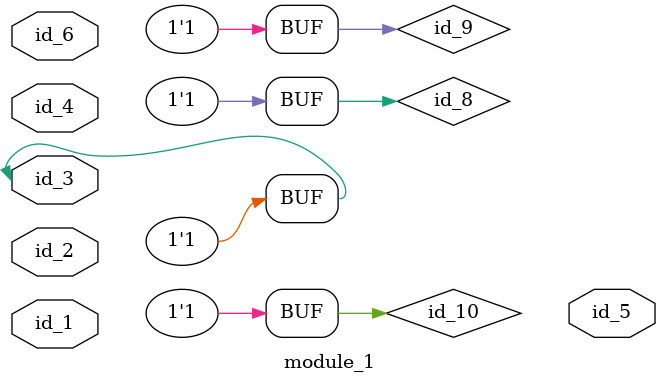
<source format=v>
module module_0;
  assign id_1 = -1;
  assign id_2 = -1;
  wire id_3;
endmodule
module module_1 (
    id_1,
    id_2,
    id_3,
    id_4,
    id_5,
    id_6
);
  input wire id_6;
  output wire id_5;
  input wire id_4;
  inout wire id_3;
  input wire id_2;
  input wire id_1;
  parameter id_7 = 1'd0;
  assign id_3 = 1;
  supply1 id_8, id_9, id_10;
  tri id_11, id_12;
  module_0 modCall_1 ();
  always
    if (-1 !== 1'b0) id_8 = -1;
    else $display(id_8, 1, id_12 - id_1[(1)], 1, id_8, id_10, id_10, 1, id_4, 1);
  always id_11 = id_2 + 1;
  assign id_7 = id_11;
endmodule

</source>
